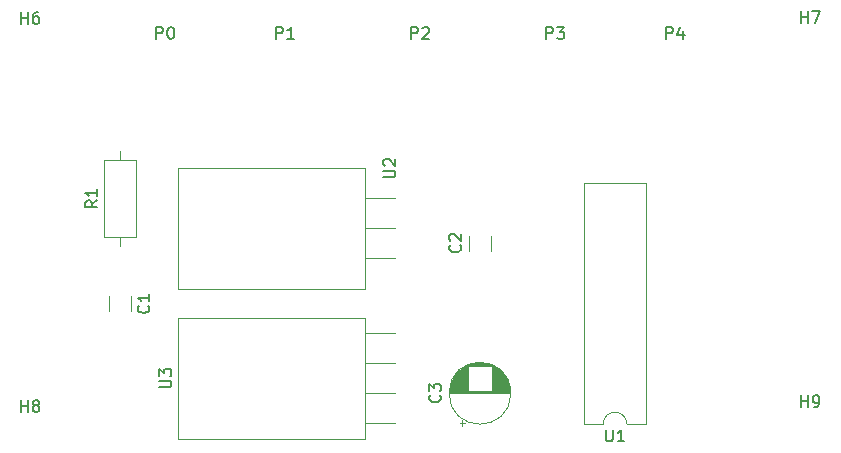
<source format=gbr>
G04 #@! TF.GenerationSoftware,KiCad,Pcbnew,7.0.9*
G04 #@! TF.CreationDate,2024-01-21T13:12:00+09:00*
G04 #@! TF.ProjectId,MB_Curling,4d425f43-7572-46c6-996e-672e6b696361,rev?*
G04 #@! TF.SameCoordinates,Original*
G04 #@! TF.FileFunction,Legend,Top*
G04 #@! TF.FilePolarity,Positive*
%FSLAX46Y46*%
G04 Gerber Fmt 4.6, Leading zero omitted, Abs format (unit mm)*
G04 Created by KiCad (PCBNEW 7.0.9) date 2024-01-21 13:12:00*
%MOMM*%
%LPD*%
G01*
G04 APERTURE LIST*
%ADD10C,0.150000*%
%ADD11C,0.120000*%
G04 APERTURE END LIST*
D10*
X110024819Y-89661904D02*
X110834342Y-89661904D01*
X110834342Y-89661904D02*
X110929580Y-89614285D01*
X110929580Y-89614285D02*
X110977200Y-89566666D01*
X110977200Y-89566666D02*
X111024819Y-89471428D01*
X111024819Y-89471428D02*
X111024819Y-89280952D01*
X111024819Y-89280952D02*
X110977200Y-89185714D01*
X110977200Y-89185714D02*
X110929580Y-89138095D01*
X110929580Y-89138095D02*
X110834342Y-89090476D01*
X110834342Y-89090476D02*
X110024819Y-89090476D01*
X110024819Y-88709523D02*
X110024819Y-88090476D01*
X110024819Y-88090476D02*
X110405771Y-88423809D01*
X110405771Y-88423809D02*
X110405771Y-88280952D01*
X110405771Y-88280952D02*
X110453390Y-88185714D01*
X110453390Y-88185714D02*
X110501009Y-88138095D01*
X110501009Y-88138095D02*
X110596247Y-88090476D01*
X110596247Y-88090476D02*
X110834342Y-88090476D01*
X110834342Y-88090476D02*
X110929580Y-88138095D01*
X110929580Y-88138095D02*
X110977200Y-88185714D01*
X110977200Y-88185714D02*
X111024819Y-88280952D01*
X111024819Y-88280952D02*
X111024819Y-88566666D01*
X111024819Y-88566666D02*
X110977200Y-88661904D01*
X110977200Y-88661904D02*
X110929580Y-88709523D01*
X135469580Y-77616666D02*
X135517200Y-77664285D01*
X135517200Y-77664285D02*
X135564819Y-77807142D01*
X135564819Y-77807142D02*
X135564819Y-77902380D01*
X135564819Y-77902380D02*
X135517200Y-78045237D01*
X135517200Y-78045237D02*
X135421961Y-78140475D01*
X135421961Y-78140475D02*
X135326723Y-78188094D01*
X135326723Y-78188094D02*
X135136247Y-78235713D01*
X135136247Y-78235713D02*
X134993390Y-78235713D01*
X134993390Y-78235713D02*
X134802914Y-78188094D01*
X134802914Y-78188094D02*
X134707676Y-78140475D01*
X134707676Y-78140475D02*
X134612438Y-78045237D01*
X134612438Y-78045237D02*
X134564819Y-77902380D01*
X134564819Y-77902380D02*
X134564819Y-77807142D01*
X134564819Y-77807142D02*
X134612438Y-77664285D01*
X134612438Y-77664285D02*
X134660057Y-77616666D01*
X134660057Y-77235713D02*
X134612438Y-77188094D01*
X134612438Y-77188094D02*
X134564819Y-77092856D01*
X134564819Y-77092856D02*
X134564819Y-76854761D01*
X134564819Y-76854761D02*
X134612438Y-76759523D01*
X134612438Y-76759523D02*
X134660057Y-76711904D01*
X134660057Y-76711904D02*
X134755295Y-76664285D01*
X134755295Y-76664285D02*
X134850533Y-76664285D01*
X134850533Y-76664285D02*
X134993390Y-76711904D01*
X134993390Y-76711904D02*
X135564819Y-77283332D01*
X135564819Y-77283332D02*
X135564819Y-76664285D01*
X109751905Y-60154819D02*
X109751905Y-59154819D01*
X109751905Y-59154819D02*
X110132857Y-59154819D01*
X110132857Y-59154819D02*
X110228095Y-59202438D01*
X110228095Y-59202438D02*
X110275714Y-59250057D01*
X110275714Y-59250057D02*
X110323333Y-59345295D01*
X110323333Y-59345295D02*
X110323333Y-59488152D01*
X110323333Y-59488152D02*
X110275714Y-59583390D01*
X110275714Y-59583390D02*
X110228095Y-59631009D01*
X110228095Y-59631009D02*
X110132857Y-59678628D01*
X110132857Y-59678628D02*
X109751905Y-59678628D01*
X110942381Y-59154819D02*
X111037619Y-59154819D01*
X111037619Y-59154819D02*
X111132857Y-59202438D01*
X111132857Y-59202438D02*
X111180476Y-59250057D01*
X111180476Y-59250057D02*
X111228095Y-59345295D01*
X111228095Y-59345295D02*
X111275714Y-59535771D01*
X111275714Y-59535771D02*
X111275714Y-59773866D01*
X111275714Y-59773866D02*
X111228095Y-59964342D01*
X111228095Y-59964342D02*
X111180476Y-60059580D01*
X111180476Y-60059580D02*
X111132857Y-60107200D01*
X111132857Y-60107200D02*
X111037619Y-60154819D01*
X111037619Y-60154819D02*
X110942381Y-60154819D01*
X110942381Y-60154819D02*
X110847143Y-60107200D01*
X110847143Y-60107200D02*
X110799524Y-60059580D01*
X110799524Y-60059580D02*
X110751905Y-59964342D01*
X110751905Y-59964342D02*
X110704286Y-59773866D01*
X110704286Y-59773866D02*
X110704286Y-59535771D01*
X110704286Y-59535771D02*
X110751905Y-59345295D01*
X110751905Y-59345295D02*
X110799524Y-59250057D01*
X110799524Y-59250057D02*
X110847143Y-59202438D01*
X110847143Y-59202438D02*
X110942381Y-59154819D01*
X133769580Y-90316666D02*
X133817200Y-90364285D01*
X133817200Y-90364285D02*
X133864819Y-90507142D01*
X133864819Y-90507142D02*
X133864819Y-90602380D01*
X133864819Y-90602380D02*
X133817200Y-90745237D01*
X133817200Y-90745237D02*
X133721961Y-90840475D01*
X133721961Y-90840475D02*
X133626723Y-90888094D01*
X133626723Y-90888094D02*
X133436247Y-90935713D01*
X133436247Y-90935713D02*
X133293390Y-90935713D01*
X133293390Y-90935713D02*
X133102914Y-90888094D01*
X133102914Y-90888094D02*
X133007676Y-90840475D01*
X133007676Y-90840475D02*
X132912438Y-90745237D01*
X132912438Y-90745237D02*
X132864819Y-90602380D01*
X132864819Y-90602380D02*
X132864819Y-90507142D01*
X132864819Y-90507142D02*
X132912438Y-90364285D01*
X132912438Y-90364285D02*
X132960057Y-90316666D01*
X132864819Y-89983332D02*
X132864819Y-89364285D01*
X132864819Y-89364285D02*
X133245771Y-89697618D01*
X133245771Y-89697618D02*
X133245771Y-89554761D01*
X133245771Y-89554761D02*
X133293390Y-89459523D01*
X133293390Y-89459523D02*
X133341009Y-89411904D01*
X133341009Y-89411904D02*
X133436247Y-89364285D01*
X133436247Y-89364285D02*
X133674342Y-89364285D01*
X133674342Y-89364285D02*
X133769580Y-89411904D01*
X133769580Y-89411904D02*
X133817200Y-89459523D01*
X133817200Y-89459523D02*
X133864819Y-89554761D01*
X133864819Y-89554761D02*
X133864819Y-89840475D01*
X133864819Y-89840475D02*
X133817200Y-89935713D01*
X133817200Y-89935713D02*
X133769580Y-89983332D01*
X147828095Y-93224819D02*
X147828095Y-94034342D01*
X147828095Y-94034342D02*
X147875714Y-94129580D01*
X147875714Y-94129580D02*
X147923333Y-94177200D01*
X147923333Y-94177200D02*
X148018571Y-94224819D01*
X148018571Y-94224819D02*
X148209047Y-94224819D01*
X148209047Y-94224819D02*
X148304285Y-94177200D01*
X148304285Y-94177200D02*
X148351904Y-94129580D01*
X148351904Y-94129580D02*
X148399523Y-94034342D01*
X148399523Y-94034342D02*
X148399523Y-93224819D01*
X149399523Y-94224819D02*
X148828095Y-94224819D01*
X149113809Y-94224819D02*
X149113809Y-93224819D01*
X149113809Y-93224819D02*
X149018571Y-93367676D01*
X149018571Y-93367676D02*
X148923333Y-93462914D01*
X148923333Y-93462914D02*
X148828095Y-93510533D01*
X104764819Y-73826666D02*
X104288628Y-74159999D01*
X104764819Y-74398094D02*
X103764819Y-74398094D01*
X103764819Y-74398094D02*
X103764819Y-74017142D01*
X103764819Y-74017142D02*
X103812438Y-73921904D01*
X103812438Y-73921904D02*
X103860057Y-73874285D01*
X103860057Y-73874285D02*
X103955295Y-73826666D01*
X103955295Y-73826666D02*
X104098152Y-73826666D01*
X104098152Y-73826666D02*
X104193390Y-73874285D01*
X104193390Y-73874285D02*
X104241009Y-73921904D01*
X104241009Y-73921904D02*
X104288628Y-74017142D01*
X104288628Y-74017142D02*
X104288628Y-74398094D01*
X104764819Y-72874285D02*
X104764819Y-73445713D01*
X104764819Y-73159999D02*
X103764819Y-73159999D01*
X103764819Y-73159999D02*
X103907676Y-73255237D01*
X103907676Y-73255237D02*
X104002914Y-73350475D01*
X104002914Y-73350475D02*
X104050533Y-73445713D01*
X128994819Y-71881904D02*
X129804342Y-71881904D01*
X129804342Y-71881904D02*
X129899580Y-71834285D01*
X129899580Y-71834285D02*
X129947200Y-71786666D01*
X129947200Y-71786666D02*
X129994819Y-71691428D01*
X129994819Y-71691428D02*
X129994819Y-71500952D01*
X129994819Y-71500952D02*
X129947200Y-71405714D01*
X129947200Y-71405714D02*
X129899580Y-71358095D01*
X129899580Y-71358095D02*
X129804342Y-71310476D01*
X129804342Y-71310476D02*
X128994819Y-71310476D01*
X129090057Y-70881904D02*
X129042438Y-70834285D01*
X129042438Y-70834285D02*
X128994819Y-70739047D01*
X128994819Y-70739047D02*
X128994819Y-70500952D01*
X128994819Y-70500952D02*
X129042438Y-70405714D01*
X129042438Y-70405714D02*
X129090057Y-70358095D01*
X129090057Y-70358095D02*
X129185295Y-70310476D01*
X129185295Y-70310476D02*
X129280533Y-70310476D01*
X129280533Y-70310476D02*
X129423390Y-70358095D01*
X129423390Y-70358095D02*
X129994819Y-70929523D01*
X129994819Y-70929523D02*
X129994819Y-70310476D01*
X98298095Y-58874819D02*
X98298095Y-57874819D01*
X98298095Y-58351009D02*
X98869523Y-58351009D01*
X98869523Y-58874819D02*
X98869523Y-57874819D01*
X99774285Y-57874819D02*
X99583809Y-57874819D01*
X99583809Y-57874819D02*
X99488571Y-57922438D01*
X99488571Y-57922438D02*
X99440952Y-57970057D01*
X99440952Y-57970057D02*
X99345714Y-58112914D01*
X99345714Y-58112914D02*
X99298095Y-58303390D01*
X99298095Y-58303390D02*
X99298095Y-58684342D01*
X99298095Y-58684342D02*
X99345714Y-58779580D01*
X99345714Y-58779580D02*
X99393333Y-58827200D01*
X99393333Y-58827200D02*
X99488571Y-58874819D01*
X99488571Y-58874819D02*
X99679047Y-58874819D01*
X99679047Y-58874819D02*
X99774285Y-58827200D01*
X99774285Y-58827200D02*
X99821904Y-58779580D01*
X99821904Y-58779580D02*
X99869523Y-58684342D01*
X99869523Y-58684342D02*
X99869523Y-58446247D01*
X99869523Y-58446247D02*
X99821904Y-58351009D01*
X99821904Y-58351009D02*
X99774285Y-58303390D01*
X99774285Y-58303390D02*
X99679047Y-58255771D01*
X99679047Y-58255771D02*
X99488571Y-58255771D01*
X99488571Y-58255771D02*
X99393333Y-58303390D01*
X99393333Y-58303390D02*
X99345714Y-58351009D01*
X99345714Y-58351009D02*
X99298095Y-58446247D01*
X152931905Y-60154819D02*
X152931905Y-59154819D01*
X152931905Y-59154819D02*
X153312857Y-59154819D01*
X153312857Y-59154819D02*
X153408095Y-59202438D01*
X153408095Y-59202438D02*
X153455714Y-59250057D01*
X153455714Y-59250057D02*
X153503333Y-59345295D01*
X153503333Y-59345295D02*
X153503333Y-59488152D01*
X153503333Y-59488152D02*
X153455714Y-59583390D01*
X153455714Y-59583390D02*
X153408095Y-59631009D01*
X153408095Y-59631009D02*
X153312857Y-59678628D01*
X153312857Y-59678628D02*
X152931905Y-59678628D01*
X154360476Y-59488152D02*
X154360476Y-60154819D01*
X154122381Y-59107200D02*
X153884286Y-59821485D01*
X153884286Y-59821485D02*
X154503333Y-59821485D01*
X109089580Y-82736666D02*
X109137200Y-82784285D01*
X109137200Y-82784285D02*
X109184819Y-82927142D01*
X109184819Y-82927142D02*
X109184819Y-83022380D01*
X109184819Y-83022380D02*
X109137200Y-83165237D01*
X109137200Y-83165237D02*
X109041961Y-83260475D01*
X109041961Y-83260475D02*
X108946723Y-83308094D01*
X108946723Y-83308094D02*
X108756247Y-83355713D01*
X108756247Y-83355713D02*
X108613390Y-83355713D01*
X108613390Y-83355713D02*
X108422914Y-83308094D01*
X108422914Y-83308094D02*
X108327676Y-83260475D01*
X108327676Y-83260475D02*
X108232438Y-83165237D01*
X108232438Y-83165237D02*
X108184819Y-83022380D01*
X108184819Y-83022380D02*
X108184819Y-82927142D01*
X108184819Y-82927142D02*
X108232438Y-82784285D01*
X108232438Y-82784285D02*
X108280057Y-82736666D01*
X109184819Y-81784285D02*
X109184819Y-82355713D01*
X109184819Y-82069999D02*
X108184819Y-82069999D01*
X108184819Y-82069999D02*
X108327676Y-82165237D01*
X108327676Y-82165237D02*
X108422914Y-82260475D01*
X108422914Y-82260475D02*
X108470533Y-82355713D01*
X98298095Y-91744819D02*
X98298095Y-90744819D01*
X98298095Y-91221009D02*
X98869523Y-91221009D01*
X98869523Y-91744819D02*
X98869523Y-90744819D01*
X99488571Y-91173390D02*
X99393333Y-91125771D01*
X99393333Y-91125771D02*
X99345714Y-91078152D01*
X99345714Y-91078152D02*
X99298095Y-90982914D01*
X99298095Y-90982914D02*
X99298095Y-90935295D01*
X99298095Y-90935295D02*
X99345714Y-90840057D01*
X99345714Y-90840057D02*
X99393333Y-90792438D01*
X99393333Y-90792438D02*
X99488571Y-90744819D01*
X99488571Y-90744819D02*
X99679047Y-90744819D01*
X99679047Y-90744819D02*
X99774285Y-90792438D01*
X99774285Y-90792438D02*
X99821904Y-90840057D01*
X99821904Y-90840057D02*
X99869523Y-90935295D01*
X99869523Y-90935295D02*
X99869523Y-90982914D01*
X99869523Y-90982914D02*
X99821904Y-91078152D01*
X99821904Y-91078152D02*
X99774285Y-91125771D01*
X99774285Y-91125771D02*
X99679047Y-91173390D01*
X99679047Y-91173390D02*
X99488571Y-91173390D01*
X99488571Y-91173390D02*
X99393333Y-91221009D01*
X99393333Y-91221009D02*
X99345714Y-91268628D01*
X99345714Y-91268628D02*
X99298095Y-91363866D01*
X99298095Y-91363866D02*
X99298095Y-91554342D01*
X99298095Y-91554342D02*
X99345714Y-91649580D01*
X99345714Y-91649580D02*
X99393333Y-91697200D01*
X99393333Y-91697200D02*
X99488571Y-91744819D01*
X99488571Y-91744819D02*
X99679047Y-91744819D01*
X99679047Y-91744819D02*
X99774285Y-91697200D01*
X99774285Y-91697200D02*
X99821904Y-91649580D01*
X99821904Y-91649580D02*
X99869523Y-91554342D01*
X99869523Y-91554342D02*
X99869523Y-91363866D01*
X99869523Y-91363866D02*
X99821904Y-91268628D01*
X99821904Y-91268628D02*
X99774285Y-91221009D01*
X99774285Y-91221009D02*
X99679047Y-91173390D01*
X131341905Y-60154819D02*
X131341905Y-59154819D01*
X131341905Y-59154819D02*
X131722857Y-59154819D01*
X131722857Y-59154819D02*
X131818095Y-59202438D01*
X131818095Y-59202438D02*
X131865714Y-59250057D01*
X131865714Y-59250057D02*
X131913333Y-59345295D01*
X131913333Y-59345295D02*
X131913333Y-59488152D01*
X131913333Y-59488152D02*
X131865714Y-59583390D01*
X131865714Y-59583390D02*
X131818095Y-59631009D01*
X131818095Y-59631009D02*
X131722857Y-59678628D01*
X131722857Y-59678628D02*
X131341905Y-59678628D01*
X132294286Y-59250057D02*
X132341905Y-59202438D01*
X132341905Y-59202438D02*
X132437143Y-59154819D01*
X132437143Y-59154819D02*
X132675238Y-59154819D01*
X132675238Y-59154819D02*
X132770476Y-59202438D01*
X132770476Y-59202438D02*
X132818095Y-59250057D01*
X132818095Y-59250057D02*
X132865714Y-59345295D01*
X132865714Y-59345295D02*
X132865714Y-59440533D01*
X132865714Y-59440533D02*
X132818095Y-59583390D01*
X132818095Y-59583390D02*
X132246667Y-60154819D01*
X132246667Y-60154819D02*
X132865714Y-60154819D01*
X164338095Y-91334819D02*
X164338095Y-90334819D01*
X164338095Y-90811009D02*
X164909523Y-90811009D01*
X164909523Y-91334819D02*
X164909523Y-90334819D01*
X165433333Y-91334819D02*
X165623809Y-91334819D01*
X165623809Y-91334819D02*
X165719047Y-91287200D01*
X165719047Y-91287200D02*
X165766666Y-91239580D01*
X165766666Y-91239580D02*
X165861904Y-91096723D01*
X165861904Y-91096723D02*
X165909523Y-90906247D01*
X165909523Y-90906247D02*
X165909523Y-90525295D01*
X165909523Y-90525295D02*
X165861904Y-90430057D01*
X165861904Y-90430057D02*
X165814285Y-90382438D01*
X165814285Y-90382438D02*
X165719047Y-90334819D01*
X165719047Y-90334819D02*
X165528571Y-90334819D01*
X165528571Y-90334819D02*
X165433333Y-90382438D01*
X165433333Y-90382438D02*
X165385714Y-90430057D01*
X165385714Y-90430057D02*
X165338095Y-90525295D01*
X165338095Y-90525295D02*
X165338095Y-90763390D01*
X165338095Y-90763390D02*
X165385714Y-90858628D01*
X165385714Y-90858628D02*
X165433333Y-90906247D01*
X165433333Y-90906247D02*
X165528571Y-90953866D01*
X165528571Y-90953866D02*
X165719047Y-90953866D01*
X165719047Y-90953866D02*
X165814285Y-90906247D01*
X165814285Y-90906247D02*
X165861904Y-90858628D01*
X165861904Y-90858628D02*
X165909523Y-90763390D01*
X119911905Y-60154819D02*
X119911905Y-59154819D01*
X119911905Y-59154819D02*
X120292857Y-59154819D01*
X120292857Y-59154819D02*
X120388095Y-59202438D01*
X120388095Y-59202438D02*
X120435714Y-59250057D01*
X120435714Y-59250057D02*
X120483333Y-59345295D01*
X120483333Y-59345295D02*
X120483333Y-59488152D01*
X120483333Y-59488152D02*
X120435714Y-59583390D01*
X120435714Y-59583390D02*
X120388095Y-59631009D01*
X120388095Y-59631009D02*
X120292857Y-59678628D01*
X120292857Y-59678628D02*
X119911905Y-59678628D01*
X121435714Y-60154819D02*
X120864286Y-60154819D01*
X121150000Y-60154819D02*
X121150000Y-59154819D01*
X121150000Y-59154819D02*
X121054762Y-59297676D01*
X121054762Y-59297676D02*
X120959524Y-59392914D01*
X120959524Y-59392914D02*
X120864286Y-59440533D01*
X142771905Y-60154819D02*
X142771905Y-59154819D01*
X142771905Y-59154819D02*
X143152857Y-59154819D01*
X143152857Y-59154819D02*
X143248095Y-59202438D01*
X143248095Y-59202438D02*
X143295714Y-59250057D01*
X143295714Y-59250057D02*
X143343333Y-59345295D01*
X143343333Y-59345295D02*
X143343333Y-59488152D01*
X143343333Y-59488152D02*
X143295714Y-59583390D01*
X143295714Y-59583390D02*
X143248095Y-59631009D01*
X143248095Y-59631009D02*
X143152857Y-59678628D01*
X143152857Y-59678628D02*
X142771905Y-59678628D01*
X143676667Y-59154819D02*
X144295714Y-59154819D01*
X144295714Y-59154819D02*
X143962381Y-59535771D01*
X143962381Y-59535771D02*
X144105238Y-59535771D01*
X144105238Y-59535771D02*
X144200476Y-59583390D01*
X144200476Y-59583390D02*
X144248095Y-59631009D01*
X144248095Y-59631009D02*
X144295714Y-59726247D01*
X144295714Y-59726247D02*
X144295714Y-59964342D01*
X144295714Y-59964342D02*
X144248095Y-60059580D01*
X144248095Y-60059580D02*
X144200476Y-60107200D01*
X144200476Y-60107200D02*
X144105238Y-60154819D01*
X144105238Y-60154819D02*
X143819524Y-60154819D01*
X143819524Y-60154819D02*
X143724286Y-60107200D01*
X143724286Y-60107200D02*
X143676667Y-60059580D01*
X164338095Y-58814819D02*
X164338095Y-57814819D01*
X164338095Y-58291009D02*
X164909523Y-58291009D01*
X164909523Y-58814819D02*
X164909523Y-57814819D01*
X165290476Y-57814819D02*
X165957142Y-57814819D01*
X165957142Y-57814819D02*
X165528571Y-58814819D01*
D11*
X111570000Y-94020000D02*
X127460000Y-94020000D01*
X111570000Y-94020000D02*
X111570000Y-83780000D01*
X127460000Y-94020000D02*
X127460000Y-83780000D01*
X127460000Y-92710000D02*
X130000000Y-92710000D01*
X127460000Y-90170000D02*
X130000000Y-90170000D01*
X127460000Y-87630000D02*
X130000000Y-87630000D01*
X127460000Y-85090000D02*
X130000000Y-85090000D01*
X111570000Y-83780000D02*
X127460000Y-83780000D01*
X136240000Y-78079000D02*
X136240000Y-76821000D01*
X138080000Y-78079000D02*
X138080000Y-76821000D01*
X135685000Y-92954775D02*
X135685000Y-92454775D01*
X135435000Y-92704775D02*
X135935000Y-92704775D01*
X134580000Y-90150000D02*
X139740000Y-90150000D01*
X134580000Y-90110000D02*
X139740000Y-90110000D01*
X134581000Y-90070000D02*
X139739000Y-90070000D01*
X134582000Y-90030000D02*
X139738000Y-90030000D01*
X134584000Y-89990000D02*
X139736000Y-89990000D01*
X134587000Y-89950000D02*
X139733000Y-89950000D01*
X134591000Y-89910000D02*
X136120000Y-89910000D01*
X138200000Y-89910000D02*
X139729000Y-89910000D01*
X134595000Y-89870000D02*
X136120000Y-89870000D01*
X138200000Y-89870000D02*
X139725000Y-89870000D01*
X134599000Y-89830000D02*
X136120000Y-89830000D01*
X138200000Y-89830000D02*
X139721000Y-89830000D01*
X134604000Y-89790000D02*
X136120000Y-89790000D01*
X138200000Y-89790000D02*
X139716000Y-89790000D01*
X134610000Y-89750000D02*
X136120000Y-89750000D01*
X138200000Y-89750000D02*
X139710000Y-89750000D01*
X134617000Y-89710000D02*
X136120000Y-89710000D01*
X138200000Y-89710000D02*
X139703000Y-89710000D01*
X134624000Y-89670000D02*
X136120000Y-89670000D01*
X138200000Y-89670000D02*
X139696000Y-89670000D01*
X134632000Y-89630000D02*
X136120000Y-89630000D01*
X138200000Y-89630000D02*
X139688000Y-89630000D01*
X134640000Y-89590000D02*
X136120000Y-89590000D01*
X138200000Y-89590000D02*
X139680000Y-89590000D01*
X134649000Y-89550000D02*
X136120000Y-89550000D01*
X138200000Y-89550000D02*
X139671000Y-89550000D01*
X134659000Y-89510000D02*
X136120000Y-89510000D01*
X138200000Y-89510000D02*
X139661000Y-89510000D01*
X134669000Y-89470000D02*
X136120000Y-89470000D01*
X138200000Y-89470000D02*
X139651000Y-89470000D01*
X134680000Y-89429000D02*
X136120000Y-89429000D01*
X138200000Y-89429000D02*
X139640000Y-89429000D01*
X134692000Y-89389000D02*
X136120000Y-89389000D01*
X138200000Y-89389000D02*
X139628000Y-89389000D01*
X134705000Y-89349000D02*
X136120000Y-89349000D01*
X138200000Y-89349000D02*
X139615000Y-89349000D01*
X134718000Y-89309000D02*
X136120000Y-89309000D01*
X138200000Y-89309000D02*
X139602000Y-89309000D01*
X134732000Y-89269000D02*
X136120000Y-89269000D01*
X138200000Y-89269000D02*
X139588000Y-89269000D01*
X134746000Y-89229000D02*
X136120000Y-89229000D01*
X138200000Y-89229000D02*
X139574000Y-89229000D01*
X134762000Y-89189000D02*
X136120000Y-89189000D01*
X138200000Y-89189000D02*
X139558000Y-89189000D01*
X134778000Y-89149000D02*
X136120000Y-89149000D01*
X138200000Y-89149000D02*
X139542000Y-89149000D01*
X134795000Y-89109000D02*
X136120000Y-89109000D01*
X138200000Y-89109000D02*
X139525000Y-89109000D01*
X134812000Y-89069000D02*
X136120000Y-89069000D01*
X138200000Y-89069000D02*
X139508000Y-89069000D01*
X134831000Y-89029000D02*
X136120000Y-89029000D01*
X138200000Y-89029000D02*
X139489000Y-89029000D01*
X134850000Y-88989000D02*
X136120000Y-88989000D01*
X138200000Y-88989000D02*
X139470000Y-88989000D01*
X134870000Y-88949000D02*
X136120000Y-88949000D01*
X138200000Y-88949000D02*
X139450000Y-88949000D01*
X134892000Y-88909000D02*
X136120000Y-88909000D01*
X138200000Y-88909000D02*
X139428000Y-88909000D01*
X134913000Y-88869000D02*
X136120000Y-88869000D01*
X138200000Y-88869000D02*
X139407000Y-88869000D01*
X134936000Y-88829000D02*
X136120000Y-88829000D01*
X138200000Y-88829000D02*
X139384000Y-88829000D01*
X134960000Y-88789000D02*
X136120000Y-88789000D01*
X138200000Y-88789000D02*
X139360000Y-88789000D01*
X134985000Y-88749000D02*
X136120000Y-88749000D01*
X138200000Y-88749000D02*
X139335000Y-88749000D01*
X135011000Y-88709000D02*
X136120000Y-88709000D01*
X138200000Y-88709000D02*
X139309000Y-88709000D01*
X135038000Y-88669000D02*
X136120000Y-88669000D01*
X138200000Y-88669000D02*
X139282000Y-88669000D01*
X135065000Y-88629000D02*
X136120000Y-88629000D01*
X138200000Y-88629000D02*
X139255000Y-88629000D01*
X135095000Y-88589000D02*
X136120000Y-88589000D01*
X138200000Y-88589000D02*
X139225000Y-88589000D01*
X135125000Y-88549000D02*
X136120000Y-88549000D01*
X138200000Y-88549000D02*
X139195000Y-88549000D01*
X135156000Y-88509000D02*
X136120000Y-88509000D01*
X138200000Y-88509000D02*
X139164000Y-88509000D01*
X135189000Y-88469000D02*
X136120000Y-88469000D01*
X138200000Y-88469000D02*
X139131000Y-88469000D01*
X135223000Y-88429000D02*
X136120000Y-88429000D01*
X138200000Y-88429000D02*
X139097000Y-88429000D01*
X135259000Y-88389000D02*
X136120000Y-88389000D01*
X138200000Y-88389000D02*
X139061000Y-88389000D01*
X135296000Y-88349000D02*
X136120000Y-88349000D01*
X138200000Y-88349000D02*
X139024000Y-88349000D01*
X135334000Y-88309000D02*
X136120000Y-88309000D01*
X138200000Y-88309000D02*
X138986000Y-88309000D01*
X135375000Y-88269000D02*
X136120000Y-88269000D01*
X138200000Y-88269000D02*
X138945000Y-88269000D01*
X135417000Y-88229000D02*
X136120000Y-88229000D01*
X138200000Y-88229000D02*
X138903000Y-88229000D01*
X135461000Y-88189000D02*
X136120000Y-88189000D01*
X138200000Y-88189000D02*
X138859000Y-88189000D01*
X135507000Y-88149000D02*
X136120000Y-88149000D01*
X138200000Y-88149000D02*
X138813000Y-88149000D01*
X135555000Y-88109000D02*
X136120000Y-88109000D01*
X138200000Y-88109000D02*
X138765000Y-88109000D01*
X135606000Y-88069000D02*
X136120000Y-88069000D01*
X138200000Y-88069000D02*
X138714000Y-88069000D01*
X135660000Y-88029000D02*
X136120000Y-88029000D01*
X138200000Y-88029000D02*
X138660000Y-88029000D01*
X135717000Y-87989000D02*
X136120000Y-87989000D01*
X138200000Y-87989000D02*
X138603000Y-87989000D01*
X135777000Y-87949000D02*
X136120000Y-87949000D01*
X138200000Y-87949000D02*
X138543000Y-87949000D01*
X135841000Y-87909000D02*
X136120000Y-87909000D01*
X138200000Y-87909000D02*
X138479000Y-87909000D01*
X135909000Y-87869000D02*
X136120000Y-87869000D01*
X138200000Y-87869000D02*
X138411000Y-87869000D01*
X135982000Y-87829000D02*
X138338000Y-87829000D01*
X136062000Y-87789000D02*
X138258000Y-87789000D01*
X136149000Y-87749000D02*
X138171000Y-87749000D01*
X136245000Y-87709000D02*
X138075000Y-87709000D01*
X136355000Y-87669000D02*
X137965000Y-87669000D01*
X136483000Y-87629000D02*
X137837000Y-87629000D01*
X136642000Y-87589000D02*
X137678000Y-87589000D01*
X136876000Y-87549000D02*
X137444000Y-87549000D01*
X139780000Y-90150000D02*
G75*
G03*
X139780000Y-90150000I-2620000J0D01*
G01*
X151240000Y-92770000D02*
X151240000Y-72330000D01*
X151240000Y-72330000D02*
X145940000Y-72330000D01*
X149590000Y-92770000D02*
X151240000Y-92770000D01*
X145940000Y-92770000D02*
X147590000Y-92770000D01*
X145940000Y-72330000D02*
X145940000Y-92770000D01*
X149590000Y-92770000D02*
G75*
G03*
X147590000Y-92770000I-1000000J0D01*
G01*
X106680000Y-77700000D02*
X106680000Y-76930000D01*
X105310000Y-76930000D02*
X108050000Y-76930000D01*
X108050000Y-76930000D02*
X108050000Y-70390000D01*
X105310000Y-70390000D02*
X105310000Y-76930000D01*
X108050000Y-70390000D02*
X105310000Y-70390000D01*
X106680000Y-69620000D02*
X106680000Y-70390000D01*
X111570000Y-81320000D02*
X127460000Y-81320000D01*
X111570000Y-81320000D02*
X111570000Y-71080000D01*
X127460000Y-81320000D02*
X127460000Y-71080000D01*
X127460000Y-78740000D02*
X130000000Y-78740000D01*
X127460000Y-76200000D02*
X130000000Y-76200000D01*
X127460000Y-73660000D02*
X130000000Y-73660000D01*
X111570000Y-71080000D02*
X127460000Y-71080000D01*
X107600000Y-81941000D02*
X107600000Y-83199000D01*
X105760000Y-81941000D02*
X105760000Y-83199000D01*
M02*

</source>
